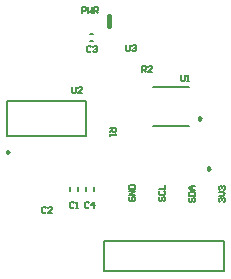
<source format=gto>
G04*
G04 #@! TF.GenerationSoftware,Altium Limited,Altium Designer,20.2.3 (150)*
G04*
G04 Layer_Color=65535*
%FSLAX25Y25*%
%MOIN*%
G70*
G04*
G04 #@! TF.SameCoordinates,E3536D8E-EA57-4637-94A7-A09A4E1BA4FE*
G04*
G04*
G04 #@! TF.FilePolarity,Positive*
G04*
G01*
G75*
%ADD10C,0.00984*%
%ADD11C,0.00787*%
%ADD12C,0.01575*%
%ADD13C,0.00500*%
%ADD14C,0.00600*%
D10*
X288039Y421063D02*
X287301Y421489D01*
Y420637D01*
X288039Y421063D01*
X291092Y404293D02*
X290354Y404719D01*
Y403867D01*
X291092Y404293D01*
X224000Y409780D02*
X223262Y410206D01*
Y409353D01*
X224000Y409780D01*
D11*
X272094Y418602D02*
X283906D01*
X272094Y431398D02*
X283906D01*
X250909Y446720D02*
X252091D01*
X250909Y449280D02*
X252091D01*
X246780Y396862D02*
Y398043D01*
X244220Y396862D02*
Y398043D01*
X252280Y396909D02*
Y398091D01*
X249720Y396909D02*
Y398091D01*
X249689Y415094D02*
Y426906D01*
X223311Y415094D02*
Y426906D01*
X249689D01*
X223311Y415094D02*
X249689D01*
X255600Y380081D02*
X295600D01*
X255600Y370081D02*
Y380081D01*
Y370081D02*
X295600D01*
Y380081D01*
D12*
X257150Y451925D02*
Y455075D01*
D13*
X281167Y435500D02*
Y433834D01*
X281500Y433500D01*
X282167D01*
X282500Y433834D01*
Y435500D01*
X283166Y433500D02*
X283833D01*
X283500D01*
Y435500D01*
X283166Y435167D01*
X257500Y417833D02*
X259500D01*
Y416833D01*
X259166Y416500D01*
X258500D01*
X258167Y416833D01*
Y417833D01*
Y417166D02*
X257500Y416500D01*
Y415834D02*
Y415167D01*
Y415500D01*
X259500D01*
X259166Y415834D01*
X244834Y431500D02*
Y429834D01*
X245167Y429500D01*
X245834D01*
X246167Y429834D01*
Y431500D01*
X248166Y429500D02*
X246833D01*
X248166Y430833D01*
Y431167D01*
X247833Y431500D01*
X247166D01*
X246833Y431167D01*
X250667Y392667D02*
X250334Y393000D01*
X249667D01*
X249334Y392667D01*
Y391334D01*
X249667Y391000D01*
X250334D01*
X250667Y391334D01*
X252333Y391000D02*
Y393000D01*
X251333Y392000D01*
X252666D01*
X268334Y436500D02*
Y438500D01*
X269334D01*
X269667Y438167D01*
Y437500D01*
X269334Y437167D01*
X268334D01*
X269000D02*
X269667Y436500D01*
X271666D02*
X270333D01*
X271666Y437833D01*
Y438167D01*
X271333Y438500D01*
X270667D01*
X270333Y438167D01*
X263000Y445499D02*
Y443833D01*
X263333Y443500D01*
X264000D01*
X264333Y443833D01*
Y445499D01*
X264999Y445166D02*
X265333Y445499D01*
X265999D01*
X266332Y445166D01*
Y444833D01*
X265999Y444500D01*
X265666D01*
X265999D01*
X266332Y444166D01*
Y443833D01*
X265999Y443500D01*
X265333D01*
X264999Y443833D01*
X248334Y456000D02*
Y458000D01*
X249334D01*
X249667Y457666D01*
Y457000D01*
X249334Y456667D01*
X248334D01*
X250334Y458000D02*
Y456000D01*
X251000Y456667D01*
X251666Y456000D01*
Y458000D01*
X252333Y456000D02*
Y458000D01*
X253333D01*
X253666Y457666D01*
Y457000D01*
X253333Y456667D01*
X252333D01*
X252999D02*
X253666Y456000D01*
X251167Y444666D02*
X250834Y445000D01*
X250167D01*
X249834Y444666D01*
Y443334D01*
X250167Y443000D01*
X250834D01*
X251167Y443334D01*
X251833Y444666D02*
X252167Y445000D01*
X252833D01*
X253166Y444666D01*
Y444333D01*
X252833Y444000D01*
X252500D01*
X252833D01*
X253166Y443667D01*
Y443334D01*
X252833Y443000D01*
X252167D01*
X251833Y443334D01*
X236167Y391166D02*
X235834Y391500D01*
X235167D01*
X234834Y391166D01*
Y389834D01*
X235167Y389500D01*
X235834D01*
X236167Y389834D01*
X238166Y389500D02*
X236833D01*
X238166Y390833D01*
Y391166D01*
X237833Y391500D01*
X237167D01*
X236833Y391166D01*
X245500Y392667D02*
X245167Y393000D01*
X244500D01*
X244167Y392667D01*
Y391334D01*
X244500Y391000D01*
X245167D01*
X245500Y391334D01*
X246166Y391000D02*
X246833D01*
X246500D01*
Y393000D01*
X246166Y392667D01*
D14*
X274234Y394933D02*
X273901Y394600D01*
Y393933D01*
X274234Y393600D01*
X274567D01*
X274900Y393933D01*
Y394600D01*
X275234Y394933D01*
X275567D01*
X275900Y394600D01*
Y393933D01*
X275567Y393600D01*
X274234Y396932D02*
X273901Y396599D01*
Y395933D01*
X274234Y395599D01*
X275567D01*
X275900Y395933D01*
Y396599D01*
X275567Y396932D01*
X273901Y397599D02*
X275900D01*
Y398932D01*
X284234Y394433D02*
X283901Y394100D01*
Y393433D01*
X284234Y393100D01*
X284567D01*
X284900Y393433D01*
Y394100D01*
X285234Y394433D01*
X285567D01*
X285900Y394100D01*
Y393433D01*
X285567Y393100D01*
X283901Y395099D02*
X285900D01*
Y396099D01*
X285567Y396432D01*
X284234D01*
X283901Y396099D01*
Y395099D01*
X285900Y397099D02*
X284567D01*
X283901Y397765D01*
X284567Y398432D01*
X285900D01*
X284900D01*
Y397099D01*
X264234Y394933D02*
X263901Y394600D01*
Y393933D01*
X264234Y393600D01*
X265567D01*
X265900Y393933D01*
Y394600D01*
X265567Y394933D01*
X264900D01*
Y394266D01*
X265900Y395599D02*
X263901D01*
X265900Y396932D01*
X263901D01*
Y397599D02*
X265900D01*
Y398598D01*
X265567Y398932D01*
X264234D01*
X263901Y398598D01*
Y397599D01*
X294234Y393100D02*
X293901Y393433D01*
Y394100D01*
X294234Y394433D01*
X294567D01*
X294900Y394100D01*
Y393766D01*
Y394100D01*
X295234Y394433D01*
X295567D01*
X295900Y394100D01*
Y393433D01*
X295567Y393100D01*
X293901Y395099D02*
X295234D01*
X295900Y395766D01*
X295234Y396432D01*
X293901D01*
X294234Y397099D02*
X293901Y397432D01*
Y398098D01*
X294234Y398432D01*
X294567D01*
X294900Y398098D01*
Y397765D01*
Y398098D01*
X295234Y398432D01*
X295567D01*
X295900Y398098D01*
Y397432D01*
X295567Y397099D01*
M02*

</source>
